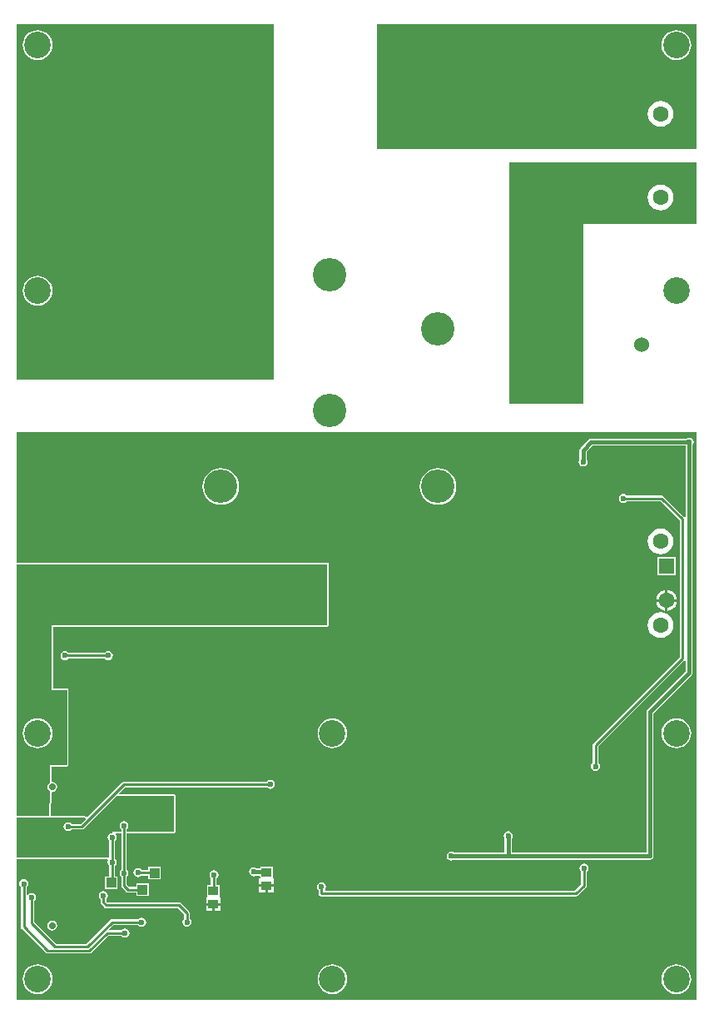
<source format=gbl>
G04*
G04 #@! TF.GenerationSoftware,Altium Limited,Altium Designer,18.1.7 (191)*
G04*
G04 Layer_Physical_Order=2*
G04 Layer_Color=16711680*
%FSLAX25Y25*%
%MOIN*%
G70*
G01*
G75*
%ADD15C,0.01000*%
%ADD37R,0.03937X0.03543*%
%ADD79R,0.03937X0.03937*%
%ADD82C,0.01575*%
%ADD83C,0.10630*%
%ADD84C,0.02756*%
%ADD85C,0.13386*%
%ADD86R,0.13386X0.13386*%
%ADD87C,0.06299*%
%ADD88R,0.06299X0.06299*%
%ADD89C,0.06000*%
%ADD90C,0.02362*%
G36*
X273959Y1631D02*
X1631D01*
Y57512D01*
X1631Y58012D01*
X37902D01*
X38169Y57512D01*
X38086Y57388D01*
X37948Y56693D01*
X38086Y55998D01*
X38480Y55409D01*
X38642Y55300D01*
Y50994D01*
X36802D01*
Y45857D01*
X41939D01*
Y50994D01*
X40885D01*
Y55300D01*
X41048Y55409D01*
X41442Y55998D01*
X41580Y56693D01*
X41442Y57388D01*
X41048Y57977D01*
X40885Y58086D01*
Y65143D01*
X41048Y65251D01*
X41442Y65841D01*
X41580Y66535D01*
X41442Y67230D01*
X41096Y67748D01*
X41177Y68033D01*
X41306Y68248D01*
X43367D01*
Y53755D01*
X43204Y53646D01*
X42810Y53057D01*
X42672Y52362D01*
X42810Y51667D01*
X43204Y51078D01*
X43367Y50969D01*
Y47244D01*
X43367Y47244D01*
X43452Y46815D01*
X43695Y46451D01*
X45270Y44876D01*
X45270Y44876D01*
X45634Y44633D01*
X46063Y44548D01*
X49400D01*
Y43101D01*
X54537D01*
Y48238D01*
X49400D01*
Y46791D01*
X46528D01*
X45610Y47709D01*
Y50969D01*
X45772Y51078D01*
X46166Y51667D01*
X46304Y52362D01*
X46166Y53057D01*
X45772Y53646D01*
X45610Y53755D01*
Y68248D01*
X64567D01*
X65026Y68438D01*
X65216Y68898D01*
Y83071D01*
X65026Y83530D01*
X64567Y83720D01*
X42653Y83720D01*
X42461Y84182D01*
X44953Y86674D01*
X101757D01*
X101865Y86511D01*
X102455Y86118D01*
X103150Y85979D01*
X103845Y86118D01*
X104434Y86511D01*
X104827Y87100D01*
X104966Y87795D01*
X104827Y88490D01*
X104434Y89079D01*
X103845Y89473D01*
X103150Y89611D01*
X102455Y89473D01*
X101865Y89079D01*
X101757Y88917D01*
X44488D01*
X44059Y88832D01*
X43695Y88588D01*
X43695Y88588D01*
X29833Y74727D01*
X29322Y74869D01*
X29203Y74918D01*
X29111Y75009D01*
X28982D01*
X28863Y75059D01*
X15579D01*
X15229Y75416D01*
X15408Y84521D01*
X15748Y84794D01*
X16520Y84948D01*
X17174Y85385D01*
X17611Y86039D01*
X17765Y86811D01*
X17611Y87583D01*
X17174Y88237D01*
X16520Y88674D01*
X15748Y88828D01*
X15497Y89038D01*
X15615Y95020D01*
X21654Y95020D01*
X21890Y95118D01*
X22113Y95210D01*
X22113Y95210D01*
X22113Y95210D01*
X22205Y95433D01*
X22303Y95669D01*
Y125591D01*
X22208Y125819D01*
X22113Y126049D01*
X22113Y126050D01*
X22113Y126050D01*
X21883Y126145D01*
X21654Y126240D01*
X16218Y126243D01*
X16218Y150925D01*
X125984D01*
X126444Y151116D01*
X126634Y151575D01*
X126634Y175984D01*
X126444Y176444D01*
X125984Y176634D01*
X1631D01*
X1631Y177096D01*
X1631Y228740D01*
X273959D01*
X273959Y1631D01*
D02*
G37*
G36*
X125984Y151575D02*
X15568D01*
X15568Y125594D01*
X21654Y125591D01*
Y95669D01*
X14978Y95669D01*
X14839Y88582D01*
X14322Y88237D01*
X13885Y87583D01*
X13731Y86811D01*
X13885Y86039D01*
X14322Y85385D01*
X14770Y85086D01*
X14572Y75059D01*
X1631D01*
X1631Y75559D01*
Y175984D01*
X125984D01*
X125984Y151575D01*
D02*
G37*
G36*
X64567Y68898D02*
X45610D01*
Y69867D01*
X45772Y69976D01*
X46166Y70565D01*
X46304Y71260D01*
X46166Y71955D01*
X45772Y72544D01*
X45183Y72938D01*
X44488Y73076D01*
X43793Y72938D01*
X43204Y72544D01*
X42810Y71955D01*
X42672Y71260D01*
X42810Y70565D01*
X43204Y69976D01*
X43367Y69867D01*
Y68898D01*
X39764D01*
Y68351D01*
X39069Y68213D01*
X38480Y67819D01*
X38086Y67230D01*
X37948Y66535D01*
X38086Y65841D01*
X38480Y65251D01*
X38642Y65143D01*
Y58661D01*
X1631D01*
Y74410D01*
X28863Y74409D01*
X29054Y73948D01*
X27095Y71988D01*
X23440D01*
X23331Y72150D01*
X22742Y72544D01*
X22047Y72682D01*
X21352Y72544D01*
X20763Y72150D01*
X20369Y71561D01*
X20231Y70866D01*
X20369Y70171D01*
X20763Y69582D01*
X21352Y69188D01*
X22047Y69050D01*
X22742Y69188D01*
X23331Y69582D01*
X23440Y69745D01*
X27559D01*
X27559Y69744D01*
X27988Y69830D01*
X28352Y70073D01*
X41350Y83071D01*
X64567Y83071D01*
Y68898D01*
D02*
G37*
G36*
X273959Y342126D02*
X145669D01*
Y392070D01*
X273959D01*
Y342126D01*
D02*
G37*
G36*
X104331Y250000D02*
X1631D01*
Y392070D01*
X104331D01*
Y250000D01*
D02*
G37*
G36*
X273959Y312205D02*
X228346D01*
Y240158D01*
X198819D01*
Y337008D01*
X273959D01*
X273959Y312205D01*
D02*
G37*
%LPC*%
G36*
X170276Y214415D02*
X168846Y214274D01*
X167471Y213857D01*
X166204Y213180D01*
X165094Y212268D01*
X164182Y211158D01*
X163505Y209891D01*
X163088Y208516D01*
X162947Y207087D01*
X163088Y205657D01*
X163505Y204282D01*
X164182Y203015D01*
X165094Y201905D01*
X166204Y200993D01*
X167471Y200316D01*
X168846Y199899D01*
X170276Y199758D01*
X171705Y199899D01*
X173080Y200316D01*
X174347Y200993D01*
X175457Y201905D01*
X176369Y203015D01*
X177046Y204282D01*
X177463Y205657D01*
X177604Y207087D01*
X177463Y208516D01*
X177046Y209891D01*
X176369Y211158D01*
X175457Y212268D01*
X174347Y213180D01*
X173080Y213857D01*
X171705Y214274D01*
X170276Y214415D01*
D02*
G37*
G36*
X83268D02*
X81838Y214274D01*
X80463Y213857D01*
X79196Y213180D01*
X78086Y212268D01*
X77175Y211158D01*
X76497Y209891D01*
X76080Y208516D01*
X75940Y207087D01*
X76080Y205657D01*
X76497Y204282D01*
X77175Y203015D01*
X78086Y201905D01*
X79196Y200993D01*
X80463Y200316D01*
X81838Y199899D01*
X83268Y199758D01*
X84697Y199899D01*
X86072Y200316D01*
X87339Y200993D01*
X88450Y201905D01*
X89361Y203015D01*
X90038Y204282D01*
X90455Y205657D01*
X90596Y207087D01*
X90455Y208516D01*
X90038Y209891D01*
X89361Y211158D01*
X88450Y212268D01*
X87339Y213180D01*
X86072Y213857D01*
X84697Y214274D01*
X83268Y214415D01*
D02*
G37*
G36*
X270866Y226619D02*
X270171Y226481D01*
X269777Y226218D01*
X231496D01*
X230955Y226110D01*
X230496Y225803D01*
X227346Y222654D01*
X227040Y222195D01*
X226932Y221654D01*
Y218018D01*
X226669Y217624D01*
X226531Y216929D01*
X226669Y216234D01*
X227062Y215645D01*
X227652Y215251D01*
X228346Y215113D01*
X229041Y215251D01*
X229631Y215645D01*
X230024Y216234D01*
X230162Y216929D01*
X230024Y217624D01*
X229761Y218018D01*
Y221068D01*
X232082Y223389D01*
X269452D01*
Y194967D01*
X268952Y194815D01*
X268903Y194888D01*
X268903Y194888D01*
X260636Y203155D01*
X260272Y203398D01*
X259842Y203484D01*
X259842Y203484D01*
X245881D01*
X245772Y203646D01*
X245183Y204040D01*
X244488Y204178D01*
X243793Y204040D01*
X243204Y203646D01*
X242810Y203057D01*
X242672Y202362D01*
X242810Y201667D01*
X243204Y201078D01*
X243793Y200684D01*
X244488Y200546D01*
X245183Y200684D01*
X245772Y201078D01*
X245881Y201241D01*
X259378D01*
X266989Y193630D01*
Y138654D01*
X232534Y104199D01*
X232291Y103835D01*
X232205Y103405D01*
X232205Y103405D01*
Y96412D01*
X232043Y96304D01*
X231649Y95715D01*
X231511Y95020D01*
X231649Y94325D01*
X232043Y93736D01*
X232632Y93342D01*
X233327Y93204D01*
X234022Y93342D01*
X234611Y93736D01*
X235004Y94325D01*
X235143Y95020D01*
X235004Y95715D01*
X234611Y96304D01*
X234448Y96412D01*
Y102941D01*
X268903Y137396D01*
X268903Y137396D01*
X268952Y137468D01*
X269452Y137317D01*
Y133263D01*
X254118Y117929D01*
X253811Y117471D01*
X253703Y116929D01*
Y60470D01*
X199757D01*
Y66234D01*
X200020Y66628D01*
X200158Y67323D01*
X200020Y68018D01*
X199626Y68607D01*
X199037Y69001D01*
X198342Y69139D01*
X197647Y69001D01*
X197058Y68607D01*
X196664Y68018D01*
X196526Y67323D01*
X196664Y66628D01*
X196927Y66234D01*
Y60470D01*
X176679D01*
X176286Y60733D01*
X175591Y60871D01*
X174896Y60733D01*
X174306Y60339D01*
X173913Y59750D01*
X173775Y59055D01*
X173913Y58360D01*
X174306Y57771D01*
X174896Y57377D01*
X175591Y57239D01*
X176286Y57377D01*
X176679Y57640D01*
X198342D01*
X198392Y57651D01*
X198442Y57640D01*
X255118D01*
X255660Y57748D01*
X256118Y58055D01*
X256425Y58514D01*
X256533Y59055D01*
Y116343D01*
X271866Y131677D01*
X272173Y132136D01*
X272281Y132677D01*
Y223714D01*
X272544Y224108D01*
X272682Y224803D01*
X272544Y225498D01*
X272150Y226087D01*
X271561Y226481D01*
X270866Y226619D01*
D02*
G37*
G36*
X259331Y190211D02*
X257992Y190035D01*
X256745Y189518D01*
X255674Y188696D01*
X254852Y187625D01*
X254335Y186378D01*
X254159Y185039D01*
X254335Y183701D01*
X254852Y182454D01*
X255674Y181382D01*
X256745Y180560D01*
X257992Y180044D01*
X259331Y179868D01*
X260669Y180044D01*
X261917Y180560D01*
X262988Y181382D01*
X263810Y182454D01*
X264326Y183701D01*
X264503Y185039D01*
X264326Y186378D01*
X263810Y187625D01*
X262988Y188696D01*
X261917Y189518D01*
X260669Y190035D01*
X259331Y190211D01*
D02*
G37*
G36*
X265561Y178946D02*
X258061D01*
Y171447D01*
X265561D01*
Y178946D01*
D02*
G37*
G36*
X262311Y165537D02*
Y161917D01*
X265931D01*
X265854Y162501D01*
X265436Y163510D01*
X264771Y164377D01*
X263904Y165042D01*
X262894Y165460D01*
X262311Y165537D01*
D02*
G37*
G36*
X261311Y165537D02*
X260728Y165460D01*
X259718Y165042D01*
X258852Y164377D01*
X258186Y163510D01*
X257768Y162501D01*
X257691Y161917D01*
X261311D01*
Y165537D01*
D02*
G37*
G36*
X265931Y160917D02*
X262311D01*
Y157298D01*
X262894Y157375D01*
X263904Y157793D01*
X264771Y158458D01*
X265436Y159325D01*
X265854Y160334D01*
X265931Y160917D01*
D02*
G37*
G36*
X261311D02*
X257691D01*
X257768Y160334D01*
X258186Y159325D01*
X258852Y158458D01*
X259718Y157793D01*
X260728Y157375D01*
X261311Y157298D01*
Y160917D01*
D02*
G37*
G36*
X259331Y156747D02*
X257992Y156570D01*
X256745Y156054D01*
X255674Y155232D01*
X254852Y154161D01*
X254335Y152913D01*
X254159Y151575D01*
X254335Y150236D01*
X254852Y148989D01*
X255674Y147918D01*
X256745Y147096D01*
X257992Y146579D01*
X259331Y146403D01*
X260669Y146579D01*
X261917Y147096D01*
X262988Y147918D01*
X263810Y148989D01*
X264326Y150236D01*
X264503Y151575D01*
X264326Y152913D01*
X263810Y154161D01*
X262988Y155232D01*
X261917Y156054D01*
X260669Y156570D01*
X259331Y156747D01*
D02*
G37*
G36*
X38189Y141186D02*
X37494Y141048D01*
X36905Y140654D01*
X36796Y140492D01*
X22259D01*
X22150Y140654D01*
X21561Y141048D01*
X20866Y141186D01*
X20171Y141048D01*
X19582Y140654D01*
X19188Y140065D01*
X19050Y139370D01*
X19188Y138675D01*
X19582Y138086D01*
X20171Y137692D01*
X20866Y137554D01*
X21561Y137692D01*
X22150Y138086D01*
X22259Y138249D01*
X36796D01*
X36905Y138086D01*
X37494Y137692D01*
X38189Y137554D01*
X38884Y137692D01*
X39473Y138086D01*
X39867Y138675D01*
X40005Y139370D01*
X39867Y140065D01*
X39473Y140654D01*
X38884Y141048D01*
X38189Y141186D01*
D02*
G37*
G36*
X265748Y114211D02*
X264588Y114097D01*
X263474Y113759D01*
X262446Y113210D01*
X261545Y112470D01*
X260806Y111570D01*
X260257Y110542D01*
X259919Y109427D01*
X259804Y108268D01*
X259919Y107108D01*
X260257Y105993D01*
X260806Y104966D01*
X261545Y104065D01*
X262446Y103326D01*
X263474Y102777D01*
X264588Y102438D01*
X265748Y102324D01*
X266908Y102438D01*
X268022Y102777D01*
X269050Y103326D01*
X269951Y104065D01*
X270690Y104966D01*
X271239Y105993D01*
X271577Y107108D01*
X271692Y108268D01*
X271577Y109427D01*
X271239Y110542D01*
X270690Y111570D01*
X269951Y112470D01*
X269050Y113210D01*
X268022Y113759D01*
X266908Y114097D01*
X265748Y114211D01*
D02*
G37*
G36*
X127953D02*
X126793Y114097D01*
X125678Y113759D01*
X124651Y113210D01*
X123750Y112470D01*
X123011Y111570D01*
X122462Y110542D01*
X122123Y109427D01*
X122009Y108268D01*
X122123Y107108D01*
X122462Y105993D01*
X123011Y104966D01*
X123750Y104065D01*
X124651Y103326D01*
X125678Y102777D01*
X126793Y102438D01*
X127953Y102324D01*
X129112Y102438D01*
X130227Y102777D01*
X131255Y103326D01*
X132156Y104065D01*
X132895Y104966D01*
X133444Y105993D01*
X133782Y107108D01*
X133896Y108268D01*
X133782Y109427D01*
X133444Y110542D01*
X132895Y111570D01*
X132156Y112470D01*
X131255Y113210D01*
X130227Y113759D01*
X129112Y114097D01*
X127953Y114211D01*
D02*
G37*
G36*
X104143Y55029D02*
X99006D01*
Y54171D01*
X97545D01*
X97152Y54434D01*
X96457Y54572D01*
X95762Y54434D01*
X95173Y54040D01*
X94779Y53451D01*
X94641Y52756D01*
X94779Y52061D01*
X95173Y51472D01*
X95762Y51078D01*
X96457Y50940D01*
X97152Y51078D01*
X97545Y51341D01*
X98653D01*
X99006Y50988D01*
X99006Y50356D01*
X98606Y50114D01*
X98606Y50044D01*
X98606Y50044D01*
Y47842D01*
X101575D01*
X104543D01*
Y50044D01*
X104543Y50044D01*
Y50114D01*
X104143Y50356D01*
X104143Y50614D01*
Y55029D01*
D02*
G37*
G36*
X59261Y54931D02*
X54124D01*
Y53582D01*
X51491D01*
X51382Y53745D01*
X50793Y54138D01*
X50098Y54277D01*
X49404Y54138D01*
X48814Y53745D01*
X48421Y53156D01*
X48282Y52461D01*
X48421Y51766D01*
X48814Y51177D01*
X49404Y50783D01*
X50098Y50645D01*
X50793Y50783D01*
X51382Y51177D01*
X51491Y51339D01*
X54124D01*
Y49794D01*
X59261D01*
Y54931D01*
D02*
G37*
G36*
X228740Y56147D02*
X228045Y56008D01*
X227456Y55615D01*
X227062Y55026D01*
X226924Y54331D01*
X227062Y53636D01*
X227456Y53047D01*
X227619Y52938D01*
Y47709D01*
X225126Y45216D01*
X125228D01*
X125202Y45244D01*
X125006Y45716D01*
X125300Y46155D01*
X125438Y46850D01*
X125300Y47545D01*
X124906Y48134D01*
X124317Y48528D01*
X123622Y48666D01*
X122927Y48528D01*
X122338Y48134D01*
X121944Y47545D01*
X121806Y46850D01*
X121944Y46155D01*
X122338Y45566D01*
X122501Y45458D01*
Y44094D01*
X122586Y43665D01*
X122829Y43301D01*
X123193Y43058D01*
X123622Y42973D01*
X225590D01*
X225590Y42973D01*
X226020Y43058D01*
X226384Y43301D01*
X229533Y46451D01*
X229533Y46451D01*
X229776Y46815D01*
X229862Y47244D01*
X229862Y47244D01*
Y52938D01*
X230024Y53047D01*
X230418Y53636D01*
X230556Y54331D01*
X230418Y55026D01*
X230024Y55615D01*
X229435Y56008D01*
X228740Y56147D01*
D02*
G37*
G36*
X104543Y46843D02*
X102075D01*
Y44571D01*
X104543D01*
Y46843D01*
D02*
G37*
G36*
X101075D02*
X98606D01*
Y44571D01*
X101075D01*
Y46843D01*
D02*
G37*
G36*
X80528Y53391D02*
X79833Y53253D01*
X79243Y52859D01*
X78850Y52270D01*
X78712Y51575D01*
X78850Y50880D01*
X79243Y50291D01*
X79300Y50253D01*
Y47549D01*
X77746D01*
X77746Y42875D01*
X77346Y42634D01*
X77346Y42564D01*
X77346Y42564D01*
Y40362D01*
X80315D01*
Y39862D01*
D01*
Y40362D01*
X83284D01*
Y42564D01*
X83284Y42564D01*
Y42634D01*
X82884Y42875D01*
X82884Y43134D01*
Y47549D01*
X81543D01*
Y50111D01*
X81812Y50291D01*
X82205Y50880D01*
X82344Y51575D01*
X82205Y52270D01*
X81812Y52859D01*
X81222Y53253D01*
X80528Y53391D01*
D02*
G37*
G36*
X83284Y39362D02*
X80815D01*
Y37091D01*
X83284D01*
Y39362D01*
D02*
G37*
G36*
X79815D02*
X77346D01*
Y37091D01*
X79815D01*
Y39362D01*
D02*
G37*
G36*
X36220Y45123D02*
X35526Y44985D01*
X34936Y44591D01*
X34543Y44002D01*
X34405Y43307D01*
X34543Y42612D01*
X34936Y42023D01*
X35099Y41914D01*
Y40551D01*
X35099Y40551D01*
X35184Y40122D01*
X35427Y39758D01*
X36608Y38577D01*
X36608Y38577D01*
X36972Y38334D01*
X37402Y38249D01*
X37402Y38249D01*
X66071D01*
X68563Y35756D01*
Y34070D01*
X68401Y33961D01*
X68007Y33372D01*
X67869Y32677D01*
X68007Y31982D01*
X68401Y31393D01*
X68990Y30999D01*
X69685Y30861D01*
X70380Y30999D01*
X70969Y31393D01*
X71363Y31982D01*
X71501Y32677D01*
X71363Y33372D01*
X70969Y33961D01*
X70807Y34070D01*
Y36220D01*
X70807Y36220D01*
X70721Y36650D01*
X70478Y37014D01*
X70478Y37014D01*
X67329Y40163D01*
X66965Y40406D01*
X66535Y40492D01*
X66535Y40492D01*
X37866D01*
X37342Y41016D01*
Y41914D01*
X37505Y42023D01*
X37898Y42612D01*
X38037Y43307D01*
X37898Y44002D01*
X37505Y44591D01*
X36915Y44985D01*
X36220Y45123D01*
D02*
G37*
G36*
X4331Y49847D02*
X3636Y49709D01*
X3047Y49316D01*
X2653Y48726D01*
X2515Y48031D01*
X2653Y47337D01*
X3047Y46747D01*
X3209Y46639D01*
Y30709D01*
X3209Y30709D01*
X3294Y30279D01*
X3538Y29916D01*
X13012Y20442D01*
X13012Y20442D01*
X13375Y20199D01*
X13805Y20113D01*
X30584D01*
X30584Y20113D01*
X31013Y20199D01*
X31377Y20442D01*
X38160Y27225D01*
X43489D01*
X43598Y27062D01*
X44187Y26669D01*
X44882Y26531D01*
X45577Y26669D01*
X46166Y27062D01*
X46560Y27652D01*
X46698Y28346D01*
X46560Y29041D01*
X46166Y29631D01*
X45577Y30024D01*
X44882Y30163D01*
X44187Y30024D01*
X43598Y29631D01*
X43489Y29468D01*
X38794D01*
X38603Y29930D01*
X40228Y31556D01*
X50182D01*
X50291Y31393D01*
X50880Y30999D01*
X51575Y30861D01*
X52270Y30999D01*
X52859Y31393D01*
X53253Y31982D01*
X53391Y32677D01*
X53253Y33372D01*
X52859Y33961D01*
X52270Y34355D01*
X51575Y34493D01*
X50880Y34355D01*
X50291Y33961D01*
X50182Y33799D01*
X39764D01*
X39764Y33799D01*
X39335Y33713D01*
X38971Y33470D01*
X38971Y33470D01*
X29457Y23956D01*
X17394D01*
X8602Y32748D01*
Y41127D01*
X8764Y41236D01*
X9158Y41825D01*
X9296Y42520D01*
X9158Y43215D01*
X8764Y43804D01*
X8175Y44197D01*
X7480Y44336D01*
X6785Y44197D01*
X6196Y43804D01*
X5952Y43439D01*
X5452Y43590D01*
Y46639D01*
X5615Y46747D01*
X6008Y47337D01*
X6147Y48031D01*
X6008Y48726D01*
X5615Y49316D01*
X5026Y49709D01*
X4331Y49847D01*
D02*
G37*
G36*
X15748Y33316D02*
X14976Y33162D01*
X14322Y32725D01*
X13885Y32071D01*
X13731Y31299D01*
X13885Y30527D01*
X14322Y29873D01*
X14976Y29436D01*
X15748Y29283D01*
X16520Y29436D01*
X17174Y29873D01*
X17611Y30527D01*
X17765Y31299D01*
X17611Y32071D01*
X17174Y32725D01*
X16520Y33162D01*
X15748Y33316D01*
D02*
G37*
G36*
X265748Y15786D02*
X264588Y15672D01*
X263474Y15334D01*
X262446Y14784D01*
X261545Y14045D01*
X260806Y13145D01*
X260257Y12117D01*
X259919Y11002D01*
X259804Y9843D01*
X259919Y8683D01*
X260257Y7568D01*
X260806Y6540D01*
X261545Y5640D01*
X262446Y4901D01*
X263474Y4351D01*
X264588Y4013D01*
X265748Y3899D01*
X266908Y4013D01*
X268022Y4351D01*
X269050Y4901D01*
X269951Y5640D01*
X270690Y6540D01*
X271239Y7568D01*
X271577Y8683D01*
X271692Y9843D01*
X271577Y11002D01*
X271239Y12117D01*
X270690Y13145D01*
X269951Y14045D01*
X269050Y14784D01*
X268022Y15334D01*
X266908Y15672D01*
X265748Y15786D01*
D02*
G37*
G36*
X127953D02*
X126793Y15672D01*
X125678Y15334D01*
X124651Y14784D01*
X123750Y14045D01*
X123011Y13145D01*
X122462Y12117D01*
X122123Y11002D01*
X122009Y9843D01*
X122123Y8683D01*
X122462Y7568D01*
X123011Y6540D01*
X123750Y5640D01*
X124651Y4901D01*
X125678Y4351D01*
X126793Y4013D01*
X127953Y3899D01*
X129112Y4013D01*
X130227Y4351D01*
X131255Y4901D01*
X132156Y5640D01*
X132895Y6540D01*
X133444Y7568D01*
X133782Y8683D01*
X133896Y9843D01*
X133782Y11002D01*
X133444Y12117D01*
X132895Y13145D01*
X132156Y14045D01*
X131255Y14784D01*
X130227Y15334D01*
X129112Y15672D01*
X127953Y15786D01*
D02*
G37*
G36*
X9843D02*
X8683Y15672D01*
X7568Y15334D01*
X6540Y14784D01*
X5640Y14045D01*
X4901Y13145D01*
X4351Y12117D01*
X4013Y11002D01*
X3899Y9843D01*
X4013Y8683D01*
X4351Y7568D01*
X4901Y6540D01*
X5640Y5640D01*
X6540Y4901D01*
X7568Y4351D01*
X8683Y4013D01*
X9843Y3899D01*
X11002Y4013D01*
X12117Y4351D01*
X13145Y4901D01*
X14045Y5640D01*
X14784Y6540D01*
X15334Y7568D01*
X15672Y8683D01*
X15786Y9843D01*
X15672Y11002D01*
X15334Y12117D01*
X14784Y13145D01*
X14045Y14045D01*
X13145Y14784D01*
X12117Y15334D01*
X11002Y15672D01*
X9843Y15786D01*
D02*
G37*
G36*
Y114211D02*
X8683Y114097D01*
X7568Y113759D01*
X6540Y113210D01*
X5640Y112470D01*
X4901Y111570D01*
X4351Y110542D01*
X4013Y109427D01*
X3899Y108268D01*
X4013Y107108D01*
X4351Y105993D01*
X4901Y104966D01*
X5640Y104065D01*
X6540Y103326D01*
X7568Y102777D01*
X8683Y102438D01*
X9843Y102324D01*
X11002Y102438D01*
X12117Y102777D01*
X13145Y103326D01*
X14045Y104065D01*
X14784Y104966D01*
X15334Y105993D01*
X15672Y107108D01*
X15786Y108268D01*
X15672Y109427D01*
X15334Y110542D01*
X14784Y111570D01*
X14045Y112470D01*
X13145Y113210D01*
X12117Y113759D01*
X11002Y114097D01*
X9843Y114211D01*
D02*
G37*
G36*
X265748Y389802D02*
X264588Y389688D01*
X263474Y389349D01*
X262446Y388800D01*
X261545Y388061D01*
X260806Y387160D01*
X260257Y386133D01*
X259919Y385018D01*
X259804Y383858D01*
X259919Y382699D01*
X260257Y381584D01*
X260806Y380556D01*
X261545Y379656D01*
X262446Y378916D01*
X263474Y378367D01*
X264588Y378029D01*
X265748Y377915D01*
X266908Y378029D01*
X268022Y378367D01*
X269050Y378916D01*
X269951Y379656D01*
X270690Y380556D01*
X271239Y381584D01*
X271577Y382699D01*
X271691Y383858D01*
X271577Y385018D01*
X271239Y386133D01*
X270690Y387160D01*
X269951Y388061D01*
X269050Y388800D01*
X268022Y389349D01*
X266908Y389688D01*
X265748Y389802D01*
D02*
G37*
G36*
X259331Y361471D02*
X257992Y361295D01*
X256745Y360778D01*
X255674Y359956D01*
X254852Y358885D01*
X254335Y357638D01*
X254159Y356299D01*
X254335Y354961D01*
X254852Y353713D01*
X255674Y352642D01*
X256745Y351820D01*
X257992Y351304D01*
X259331Y351127D01*
X260669Y351304D01*
X261917Y351820D01*
X262988Y352642D01*
X263810Y353713D01*
X264326Y354961D01*
X264503Y356299D01*
X264326Y357638D01*
X263810Y358885D01*
X262988Y359956D01*
X261917Y360778D01*
X260669Y361295D01*
X259331Y361471D01*
D02*
G37*
G36*
X9843Y389802D02*
X8683Y389688D01*
X7568Y389349D01*
X6540Y388800D01*
X5640Y388061D01*
X4901Y387160D01*
X4351Y386133D01*
X4013Y385018D01*
X3899Y383858D01*
X4013Y382699D01*
X4351Y381584D01*
X4901Y380556D01*
X5640Y379656D01*
X6540Y378916D01*
X7568Y378367D01*
X8683Y378029D01*
X9843Y377915D01*
X11002Y378029D01*
X12117Y378367D01*
X13145Y378916D01*
X14045Y379656D01*
X14784Y380556D01*
X15334Y381584D01*
X15672Y382699D01*
X15786Y383858D01*
X15672Y385018D01*
X15334Y386133D01*
X14784Y387160D01*
X14045Y388061D01*
X13145Y388800D01*
X12117Y389349D01*
X11002Y389688D01*
X9843Y389802D01*
D02*
G37*
G36*
Y291377D02*
X8683Y291262D01*
X7568Y290924D01*
X6540Y290375D01*
X5640Y289636D01*
X4901Y288735D01*
X4351Y287708D01*
X4013Y286593D01*
X3899Y285433D01*
X4013Y284274D01*
X4351Y283159D01*
X4901Y282131D01*
X5640Y281230D01*
X6540Y280491D01*
X7568Y279942D01*
X8683Y279604D01*
X9843Y279489D01*
X11002Y279604D01*
X12117Y279942D01*
X13145Y280491D01*
X14045Y281230D01*
X14784Y282131D01*
X15334Y283159D01*
X15672Y284274D01*
X15786Y285433D01*
X15672Y286593D01*
X15334Y287708D01*
X14784Y288735D01*
X14045Y289636D01*
X13145Y290375D01*
X12117Y290924D01*
X11002Y291262D01*
X9843Y291377D01*
D02*
G37*
G36*
X259331Y328006D02*
X257992Y327830D01*
X256745Y327314D01*
X255674Y326492D01*
X254852Y325421D01*
X254335Y324173D01*
X254159Y322835D01*
X254335Y321496D01*
X254852Y320249D01*
X255674Y319178D01*
X256745Y318356D01*
X257992Y317839D01*
X259331Y317663D01*
X260669Y317839D01*
X261917Y318356D01*
X262988Y319178D01*
X263810Y320249D01*
X264326Y321496D01*
X264503Y322835D01*
X264326Y324173D01*
X263810Y325421D01*
X262988Y326492D01*
X261917Y327314D01*
X260669Y327830D01*
X259331Y328006D01*
D02*
G37*
%LPD*%
D15*
X39764Y47244D02*
Y56693D01*
X44488Y70472D02*
X44882Y70866D01*
X80421Y51468D02*
X80528Y51575D01*
X80421Y46146D02*
Y51468D01*
X228740Y47244D02*
Y54331D01*
X225590Y44094D02*
X228740Y47244D01*
X123622Y44094D02*
X225590D01*
X123622D02*
Y46850D01*
X50098Y52461D02*
X56595D01*
X56693Y52362D01*
X20866Y139370D02*
X38189D01*
X44488Y71260D02*
X44882Y70866D01*
X44488Y52362D02*
Y70472D01*
X39764Y56693D02*
Y66535D01*
X268110Y138189D02*
Y194095D01*
X233327Y103405D02*
X268110Y138189D01*
X233327Y95020D02*
Y103405D01*
X259842Y202362D02*
X268110Y194095D01*
X244488Y202362D02*
X259842D01*
X27559Y70866D02*
X44488Y87795D01*
X103150D01*
X27559Y70866D02*
X27559Y70866D01*
X22047Y70866D02*
X27559D01*
X44488Y47244D02*
Y52362D01*
Y47244D02*
X46063Y45669D01*
X51968D01*
X39764Y32677D02*
X51575D01*
X29921Y22835D02*
X39764Y32677D01*
X16929Y22835D02*
X29921D01*
X7480Y32283D02*
X16929Y22835D01*
X7480Y32283D02*
Y42520D01*
X37696Y28346D02*
X44882D01*
X30584Y21235D02*
X37696Y28346D01*
X13805Y21235D02*
X30584D01*
X4331Y30709D02*
X13805Y21235D01*
X4331Y30709D02*
Y48031D01*
X69685Y32677D02*
Y36220D01*
X66535Y39370D02*
X69685Y36220D01*
X36220Y40551D02*
Y43307D01*
Y40551D02*
X37402Y39370D01*
X66535D01*
D37*
X101575Y52658D02*
D03*
Y47343D02*
D03*
X80315Y45177D02*
D03*
Y39862D02*
D03*
D79*
X56693Y52362D02*
D03*
X39370Y48425D02*
D03*
X51968Y45669D02*
D03*
D82*
X101476Y52756D02*
X101575Y52658D01*
X96457Y52756D02*
X101476D01*
X255118Y59055D02*
Y116929D01*
X270866Y132677D02*
Y224803D01*
X255118Y116929D02*
X270866Y132677D01*
X198442Y59055D02*
X255118D01*
X228346Y216929D02*
Y221654D01*
X231496Y224803D01*
X270866D01*
X175591Y59055D02*
X198342D01*
Y67323D01*
D83*
X265748Y108268D02*
D03*
X9843Y285433D02*
D03*
X265748D02*
D03*
X265748Y383858D02*
D03*
X265748Y9843D02*
D03*
X9843Y383858D02*
D03*
Y108268D02*
D03*
X127953D02*
D03*
Y9843D02*
D03*
X9843D02*
D03*
D84*
X15748Y31299D02*
D03*
Y86811D02*
D03*
D85*
X170276Y207087D02*
D03*
X83268D02*
D03*
Y270079D02*
D03*
X170276D02*
D03*
X126772Y237402D02*
D03*
Y291732D02*
D03*
X81890Y358268D02*
D03*
X163386D02*
D03*
D86*
X41378D02*
D03*
X203898D02*
D03*
D87*
X259331Y322835D02*
D03*
Y356299D02*
D03*
X261811Y332677D02*
D03*
X259331Y151575D02*
D03*
Y185039D02*
D03*
X261811Y161417D02*
D03*
D88*
Y346457D02*
D03*
Y175197D02*
D03*
D89*
X233071Y361024D02*
D03*
Y331102D02*
D03*
X251969Y263779D02*
D03*
D90*
X96457Y52756D02*
D03*
X80528Y51575D02*
D03*
X123622Y46850D02*
D03*
X44488Y71260D02*
D03*
X39764Y56693D02*
D03*
X50098Y52461D02*
D03*
X20866Y139370D02*
D03*
X38189D02*
D03*
X205512Y251969D02*
D03*
Y244094D02*
D03*
X212205Y259842D02*
D03*
X218504D02*
D03*
X205512D02*
D03*
X218504Y268110D02*
D03*
Y275590D02*
D03*
X205512Y268110D02*
D03*
X218504Y244094D02*
D03*
X218504Y251969D02*
D03*
X212205Y275590D02*
D03*
X205512D02*
D03*
X212205Y268110D02*
D03*
Y251969D02*
D03*
X246063Y332283D02*
D03*
X241732Y328346D02*
D03*
X246063Y324213D02*
D03*
X241732Y320472D02*
D03*
X246063Y316142D02*
D03*
X44488Y52362D02*
D03*
X54961Y65118D02*
D03*
X39764Y66535D02*
D03*
X7874Y72835D02*
D03*
X62205Y75984D02*
D03*
Y70472D02*
D03*
X7874Y68110D02*
D03*
Y62992D02*
D03*
X48031Y78740D02*
D03*
X70866Y100000D02*
D03*
X103150Y87795D02*
D03*
X233327Y95020D02*
D03*
X228740Y54331D02*
D03*
X175591Y59055D02*
D03*
X270866Y224803D02*
D03*
X228346Y216929D02*
D03*
X252362Y218110D02*
D03*
X258268D02*
D03*
X217717Y224803D02*
D03*
X223228Y216929D02*
D03*
X240945Y218110D02*
D03*
X244488Y202362D02*
D03*
X28740Y87402D02*
D03*
X22047Y38976D02*
D03*
Y44094D02*
D03*
X21654Y81102D02*
D03*
Y76378D02*
D03*
X186221Y48031D02*
D03*
X203150Y51575D02*
D03*
X208268D02*
D03*
X8268Y83858D02*
D03*
Y77953D02*
D03*
X3543D02*
D03*
Y83858D02*
D03*
Y89370D02*
D03*
X8268D02*
D03*
X18898Y174016D02*
D03*
Y168504D02*
D03*
Y162992D02*
D03*
X11811D02*
D03*
Y168504D02*
D03*
Y174016D02*
D03*
X122441Y172835D02*
D03*
X117323D02*
D03*
Y166535D02*
D03*
X122441Y166667D02*
D03*
X117323Y160630D02*
D03*
X122441Y160499D02*
D03*
X117323Y154331D02*
D03*
X122441D02*
D03*
X38976Y148425D02*
D03*
X50000D02*
D03*
X44882D02*
D03*
X63386Y122047D02*
D03*
Y114173D02*
D03*
X70079D02*
D03*
X212205Y244094D02*
D03*
X198342Y67323D02*
D03*
X22047Y70866D02*
D03*
X187008Y30315D02*
D03*
X82677Y91732D02*
D03*
Y84252D02*
D03*
X227559Y92126D02*
D03*
X242126Y133465D02*
D03*
X255512Y136221D02*
D03*
X248031Y126378D02*
D03*
X241732Y119291D02*
D03*
X51575Y32677D02*
D03*
X44882Y28346D02*
D03*
X7480Y42520D02*
D03*
X4331Y48031D02*
D03*
X69685Y32677D02*
D03*
X36220Y43307D02*
D03*
X40157Y21654D02*
D03*
X36220Y16535D02*
D03*
X28740D02*
D03*
M02*

</source>
